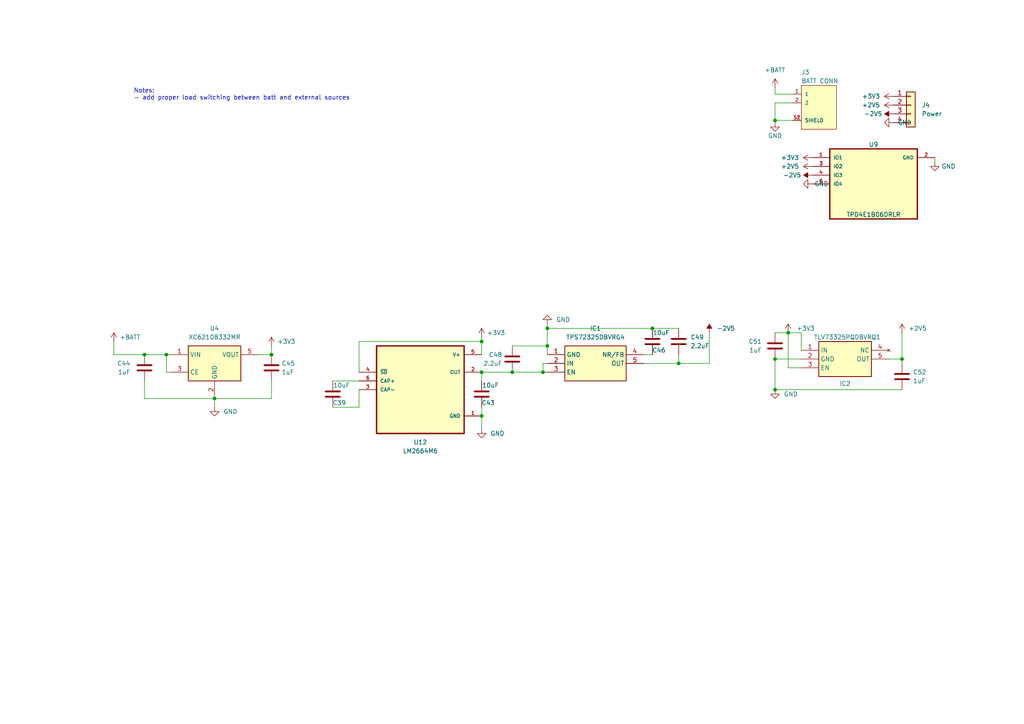
<source format=kicad_sch>
(kicad_sch (version 20231120) (generator "eeschema") (generator_version "8.0")
  (paper "A4")
  (lib_symbols
    (symbol "Connector_Generic:Conn_01x04" (pin_names (offset 1.016) hide)
      (property "Reference" "J" (at 0 5.08 0))
      (property "Value" "Conn_01x04" (at 0 -7.62 0))
      (symbol "Conn_01x04_1_1"
        (rectangle (start -1.27 -4.953) (end 0 -5.207) (stroke (width 0.1524)))
        (rectangle (start -1.27 -2.413) (end 0 -2.667) (stroke (width 0.1524)))
        (rectangle (start -1.27 0.127) (end 0 -0.127) (stroke (width 0.1524)))
        (rectangle (start -1.27 2.667) (end 0 2.413) (stroke (width 0.1524)))
        (rectangle (start -1.27 3.81) (end 1.27 -6.35) (stroke (width 0.254)) (fill (type background)))
        (pin passive line (at -5.08 2.54 0) (length 3.81) (name "Pin_1") (number "1"))
        (pin passive line (at -5.08 0 0) (length 3.81) (name "Pin_2") (number "2"))
        (pin passive line (at -5.08 -2.54 0) (length 3.81) (name "Pin_3") (number "3"))
        (pin passive line (at -5.08 -5.08 0) (length 3.81) (name "Pin_4") (number "4"))
      )
    )
    (symbol "Device:C" (pin_numbers hide) (pin_names (offset 0.254))
      (property "Reference" "C" (at 0.635 2.54 0))
      (property "Value" "C" (at 0.635 -2.54 0))
      (symbol "C_0_1"
        (polyline (pts (xy -2.032 -0.762) (xy 2.032 -0.762)) (stroke (width 0.508)))
        (polyline (pts (xy -2.032 0.762) (xy 2.032 0.762)) (stroke (width 0.508)))
      )
      (symbol "C_1_1"
        (pin passive line (at 0 3.81 270) (length 2.794) (name "~") (number "1"))
        (pin passive line (at 0 -3.81 90) (length 2.794) (name "~") (number "2"))
      )
    )
    (symbol "Misc[Personal]:LM2664M6" (pin_names (offset 1.016))
      (property "Reference" "U" (at -12.7 13.7 0))
      (property "Value" "LM2664M6" (at -12.7 -16.7 0))
      (symbol "LM2664M6_0_0"
        (rectangle (start -12.7 -12.7) (end 12.7 12.7) (stroke (width 0.41)) (fill (type background)))
        (pin power_in line (at 17.78 -7.62 180) (length 5.08) (name "GND") (number "1"))
        (pin output line (at 17.78 5.08 180) (length 5.08) (name "OUT") (number "2"))
        (pin input line (at -17.78 0 0) (length 5.08) (name "CAP-") (number "3"))
        (pin input line (at -17.78 5.08 0) (length 5.08) (name "~{SD}") (number "4"))
        (pin power_in line (at 17.78 10.16 180) (length 5.08) (name "V+") (number "5"))
        (pin input line (at -17.78 2.54 0) (length 5.08) (name "CAP+") (number "6"))
      )
    )
    (symbol "Misc[Personal]:S2B-PH-SM4-TB_LF__SN_" (pin_names (offset 1.016))
      (property "Reference" "J" (at -5.0829 5.5957 0))
      (property "Value" "S2B-PH-SM4-TB_LF__SN_" (at -5.0881 -9.4227 0))
      (symbol "S2B-PH-SM4-TB_LF__SN__0_0"
        (rectangle (start -5.08 -7.62) (end 5.08 5.08) (stroke (width 0.1524)) (fill (type background)))
        (pin passive line (at -7.62 2.54 0) (length 2.54) (name "1") (number "1"))
        (pin passive line (at -7.62 0 0) (length 2.54) (name "2") (number "2"))
        (pin passive line (at -7.62 -5.08 0) (length 2.54) (name "SHIELD") (number "S1"))
        (pin passive line (at -7.62 -5.08 0) (length 2.54) (name "SHIELD") (number "S2"))
      )
    )
    (symbol "Misc[Personal]:TLV73325PQDBVRQ1"
      (property "Reference" "IC" (at 21.59 7.62 0))
      (property "Value" "TLV73325PQDBVRQ1" (at 21.59 5.08 0))
      (symbol "TLV73325PQDBVRQ1_1_1"
        (rectangle (start 5.08 2.54) (end 20.32 -7.62) (stroke (width 0.254)) (fill (type background)))
        (pin passive line (at 0 0 0) (length 5.08) (name "IN") (number "1"))
        (pin passive line (at 0 -2.54 0) (length 5.08) (name "GND") (number "2"))
        (pin passive line (at 0 -5.08 0) (length 5.08) (name "EN") (number "3"))
        (pin no_connect line (at 25.4 0 180) (length 5.08) (name "NC") (number "4"))
        (pin passive line (at 25.4 -2.54 180) (length 5.08) (name "OUT") (number "5"))
      )
    )
    (symbol "Misc[Personal]:TPD4E1B06DRLR" (pin_names (offset 1.016))
      (symbol "TPD4E1B06DRLR_0_0"
        (rectangle (start -12.7 10.16) (end 12.7 -10.16) (stroke (width 0.41)) (fill (type background)))
        (pin bidirectional line (at -17.78 7.62 0) (length 5.08) (name "IO1") (number "1"))
        (pin power_in line (at 17.78 7.62 180) (length 5.08) (name "GND") (number "2"))
        (pin bidirectional line (at -17.78 5.08 0) (length 5.08) (name "IO2") (number "3"))
        (pin bidirectional line (at -17.78 2.54 0) (length 5.08) (name "IO3") (number "4"))
        (pin bidirectional line (at -17.78 0 0) (length 5.08) (name "IO4") (number "6"))
      )
    )
    (symbol "Misc[Personal]:TPS72325DBVRG4"
      (property "Reference" "IC" (at 24.13 7.62 0))
      (property "Value" "TPS72325DBVRG4" (at 24.13 5.08 0))
      (symbol "TPS72325DBVRG4_1_1"
        (rectangle (start 5.08 2.54) (end 22.86 -7.62) (stroke (width 0.254)) (fill (type background)))
        (pin passive line (at 0 0 0) (length 5.08) (name "GND") (number "1"))
        (pin passive line (at 0 -2.54 0) (length 5.08) (name "IN") (number "2"))
        (pin passive line (at 0 -5.08 0) (length 5.08) (name "EN") (number "3"))
        (pin passive line (at 27.94 0 180) (length 5.08) (name "NR/FB") (number "4"))
        (pin passive line (at 27.94 -2.54 180) (length 5.08) (name "OUT") (number "5"))
      )
    )
    (symbol "Regulator_Linear:XC6210B332MR"
      (property "Reference" "U" (at 0 8.89 0))
      (property "Value" "XC6210B332MR" (at 0 6.35 0))
      (symbol "XC6210B332MR_0_1"
        (rectangle (start -7.62 5.08) (end 7.62 -5.08) (stroke (width 0.254)) (fill (type background)))
      )
      (symbol "XC6210B332MR_1_1"
        (pin power_in line (at -12.7 2.54 0) (length 5.08) (name "VIN") (number "1"))
        (pin power_in line (at 0 -10.16 90) (length 5.08) (name "GND") (number "2"))
        (pin input line (at -12.7 -2.54 0) (length 5.08) (name "CE") (number "3"))
        (pin no_connect line (at 7.62 -2.54 180) (length 5.08) hide (name "NC") (number "4"))
        (pin power_out line (at 12.7 2.54 180) (length 5.08) (name "VOUT") (number "5"))
      )
    )
    (symbol "power:+2V5" (power) (pin_names (offset 0))
      (property "Value" "+2V5" (at 0 3.556 0))
      (symbol "+2V5_0_1"
        (polyline (pts (xy -0.762 1.27) (xy 0 2.54)))
        (polyline (pts (xy 0 0) (xy 0 2.54)))
        (polyline (pts (xy 0 2.54) (xy 0.762 1.27)))
      )
      (symbol "+2V5_1_1"
        (pin power_in line (at 0 0 90) (length 0) hide (name "+2V5") (number "1"))
      )
    )
    (symbol "power:+3V3" (power) (pin_names (offset 0))
      (property "Value" "+3V3" (at 0 3.556 0))
      (symbol "+3V3_0_1"
        (polyline (pts (xy -0.762 1.27) (xy 0 2.54)))
        (polyline (pts (xy 0 0) (xy 0 2.54)))
        (polyline (pts (xy 0 2.54) (xy 0.762 1.27)))
      )
      (symbol "+3V3_1_1"
        (pin power_in line (at 0 0 90) (length 0) hide (name "+3V3") (number "1"))
      )
    )
    (symbol "power:+BATT" (power) (pin_names (offset 0))
      (property "Value" "+BATT" (at 0 3.556 0))
      (symbol "+BATT_0_1"
        (polyline (pts (xy -0.762 1.27) (xy 0 2.54)))
        (polyline (pts (xy 0 0) (xy 0 2.54)))
        (polyline (pts (xy 0 2.54) (xy 0.762 1.27)))
      )
      (symbol "+BATT_1_1"
        (pin power_in line (at 0 0 90) (length 0) hide (name "+BATT") (number "1"))
      )
    )
    (symbol "power:-2V5" (power) (pin_names (offset 0))
      (property "Value" "-2V5" (at 0 3.81 0))
      (symbol "-2V5_0_0"
        (pin power_in line (at 0 0 90) (length 0) hide (name "-2V5") (number "1"))
      )
      (symbol "-2V5_0_1"
        (polyline (pts (xy 0 0) (xy 0 1.27) (xy 0.762 1.27) (xy 0 2.54) (xy -0.762 1.27) (xy 0 1.27)) (fill (type outline)))
      )
    )
    (symbol "power:GND" (power) (pin_names (offset 0))
      (property "Value" "GND" (at 0 -3.81 0))
      (symbol "GND_0_1"
        (polyline (pts (xy 0 0) (xy 0 -1.27) (xy 1.27 -1.27) (xy 0 -2.54) (xy -1.27 -1.27) (xy 0 -1.27)))
      )
      (symbol "GND_1_1"
        (pin power_in line (at 0 0 270) (length 0) hide (name "GND") (number "1"))
      )
    )
  )
  (junction (at 224.79 104.14))
  (junction (at 139.7 99.06))
  (junction (at 158.75 100.33))
  (junction (at 139.7 107.95))
  (junction (at 48.26 102.87))
  (junction (at 78.74 102.87))
  (junction (at 41.91 102.87))
  (junction (at 139.7 120.65))
  (junction (at 228.6 96.52))
  (junction (at 196.85 105.41))
  (junction (at 158.75 95.25))
  (junction (at 157.48 107.95))
  (junction (at 62.23 115.57))
  (junction (at 148.59 107.95))
  (junction (at 261.62 104.14))
  (junction (at 189.23 95.25))
  (junction (at 224.79 34.925))
  (junction (at 224.79 113.03))
  (wire (pts (xy 196.85 105.41) (xy 196.85 102.87)))
  (wire (pts (xy 104.14 99.06) (xy 139.7 99.06)))
  (wire (pts (xy 41.91 102.87) (xy 48.26 102.87)))
  (wire (pts (xy 139.7 97.79) (xy 139.7 99.06)))
  (wire (pts (xy 33.02 99.06) (xy 33.02 102.87)))
  (wire (pts (xy 205.74 96.52) (xy 205.74 105.41)))
  (wire (pts (xy 104.14 107.95) (xy 104.14 99.06)))
  (wire (pts (xy 139.7 120.65) (xy 139.7 124.46)))
  (wire (pts (xy 49.53 107.95) (xy 48.26 107.95)))
  (wire (pts (xy 158.75 107.95) (xy 157.48 107.95)))
  (wire (pts (xy 224.79 25.4) (xy 224.79 27.305)))
  (wire (pts (xy 139.7 107.95) (xy 148.59 107.95)))
  (wire (pts (xy 224.79 104.14) (xy 224.79 113.03)))
  (wire (pts (xy 62.23 115.57) (xy 62.23 118.11)))
  (wire (pts (xy 158.75 95.25) (xy 189.23 95.25)))
  (wire (pts (xy 261.62 96.52) (xy 261.62 104.14)))
  (wire (pts (xy 78.74 110.49) (xy 78.74 115.57)))
  (wire (pts (xy 232.41 104.14) (xy 224.79 104.14)))
  (wire (pts (xy 186.69 105.41) (xy 196.85 105.41)))
  (wire (pts (xy 158.75 100.33) (xy 158.75 102.87)))
  (wire (pts (xy 74.93 102.87) (xy 78.74 102.87)))
  (wire (pts (xy 189.23 95.25) (xy 196.85 95.25)))
  (wire (pts (xy 224.79 29.845) (xy 229.87 29.845)))
  (wire (pts (xy 41.91 110.49) (xy 41.91 115.57)))
  (wire (pts (xy 271.145 45.72) (xy 271.145 46.99)))
  (wire (pts (xy 96.52 110.49) (xy 104.14 110.49)))
  (wire (pts (xy 158.75 93.98) (xy 158.75 95.25)))
  (wire (pts (xy 148.59 100.33) (xy 158.75 100.33)))
  (wire (pts (xy 186.69 102.87) (xy 189.23 102.87)))
  (wire (pts (xy 33.02 102.87) (xy 41.91 102.87)))
  (wire (pts (xy 261.62 113.03) (xy 224.79 113.03)))
  (wire (pts (xy 96.52 118.11) (xy 104.14 118.11)))
  (wire (pts (xy 232.41 101.6) (xy 232.41 96.52)))
  (wire (pts (xy 139.7 99.06) (xy 139.7 102.87)))
  (wire (pts (xy 228.6 96.52) (xy 232.41 96.52)))
  (wire (pts (xy 78.74 100.33) (xy 78.74 102.87)))
  (wire (pts (xy 139.7 107.95) (xy 139.7 110.49)))
  (wire (pts (xy 261.62 104.14) (xy 261.62 105.41)))
  (wire (pts (xy 224.79 34.925) (xy 224.79 35.56)))
  (wire (pts (xy 78.74 115.57) (xy 62.23 115.57)))
  (wire (pts (xy 196.85 105.41) (xy 205.74 105.41)))
  (wire (pts (xy 228.6 106.68) (xy 228.6 96.52)))
  (wire (pts (xy 157.48 105.41) (xy 157.48 107.95)))
  (wire (pts (xy 48.26 107.95) (xy 48.26 102.87)))
  (wire (pts (xy 232.41 106.68) (xy 228.6 106.68)))
  (wire (pts (xy 257.81 104.14) (xy 261.62 104.14)))
  (wire (pts (xy 139.7 118.11) (xy 139.7 120.65)))
  (wire (pts (xy 157.48 105.41) (xy 158.75 105.41)))
  (wire (pts (xy 224.79 96.52) (xy 228.6 96.52)))
  (wire (pts (xy 104.14 113.03) (xy 104.14 118.11)))
  (wire (pts (xy 158.75 95.25) (xy 158.75 100.33)))
  (wire (pts (xy 224.79 27.305) (xy 229.87 27.305)))
  (wire (pts (xy 224.79 29.845) (xy 224.79 34.925)))
  (wire (pts (xy 229.87 34.925) (xy 224.79 34.925)))
  (wire (pts (xy 48.26 102.87) (xy 49.53 102.87)))
  (wire (pts (xy 41.91 115.57) (xy 62.23 115.57)))
  (wire (pts (xy 148.59 107.95) (xy 157.48 107.95)))
  (text "Notes:\n- add proper load switching between batt and external sources" (at 38.735 29.21 0) (effects (font (size 1.27 1.27)) (justify left bottom)))
  (symbol (lib_id "power:GND") (at 235.585 53.34 270) (unit 1)
    (property "Reference" "#PWR062" (effects (hide yes)))
    (property "Value" "GND" (at 236.22 53.34 90) (effects (justify left)))
  )
  (symbol (lib_id "Device:C") (at 78.74 106.68 0) (unit 1)
    (property "Reference" "C45" (at 81.661 105.41 0) (effects (justify left)))
    (property "Value" "1uF" (at 81.661 107.95 0) (effects (justify left)))
    (property "Footprint" "Capacitor_SMD:C_0402_1005Metric" (effects (hide yes)))
    (property "Description" "10V 1uF X5R ±20% 0402 Multilayer Ceramic Capacitors MLCC - SMD/SMT ROHS Copy" (effects (hide yes)))
    (property "Manufacturer" "YAGEO" (effects (hide yes)))
    (property "Manufacturer Part No." "CC0402MRX5R6BB105" (effects (hide yes)))
    (property "JLCPCB Part No." "C113791" (effects (hide yes)))
  )
  (symbol (lib_id "Device:C") (at 96.52 114.3 0) (unit 1)
    (property "Reference" "C39" (at 98.425 116.84 0))
    (property "Value" "10uF" (at 99.06 111.76 0))
    (property "Footprint" "Capacitor_SMD:C_0603_1608Metric" (effects (hide yes)))
    (property "Description" "10V 10uF X5R ±20% 0603  Multilayer Ceramic Capacitors MLCC - SMD/SMT ROHS" (effects (hide yes)))
    (property "Manufacturer" "FH (Guangdong Fenghua Advanced Tech)" (effects (hide yes)))
    (property "Manufacturer Part No." "0603X106M100NT" (effects (hide yes)))
    (property "JLCPCB Part No." "C91150" (effects (hide yes)))
    (property "Package" "0603" (effects (hide yes)))
  )
  (symbol (lib_id "Device:C") (at 41.91 106.68 0) (unit 1)
    (property "Reference" "C44" (at 37.846 105.41 0) (effects (justify right)))
    (property "Value" "1uF" (at 37.846 107.95 0) (effects (justify right)))
    (property "Footprint" "Capacitor_SMD:C_0402_1005Metric" (effects (hide yes)))
    (property "Description" "25V 1uF X7R ±10% 0603  Multilayer Ceramic Capacitors MLCC - SMD/SMT ROHS" (effects (hide yes)))
    (property "Manufacturer" "Murata Electronics Copy" (effects (hide yes)))
    (property "Manufacturer Part No." "GRM188R71E105KA12D" (effects (hide yes)))
    (property "JLCPCB Part No." "C86020" (effects (hide yes)))
  )
  (symbol (lib_id "Device:C") (at 261.62 109.22 0) (unit 1)
    (property "Reference" "C52" (at 264.795 107.95 0) (effects (justify left)))
    (property "Value" "1uF" (at 264.795 110.49 0) (effects (justify left)))
    (property "Footprint" "Capacitor_SMD:C_0402_1005Metric" (effects (hide yes)))
    (property "Description" "10V 1uF X5R ±20% 0402 Multilayer Ceramic Capacitors MLCC - SMD/SMT ROHS Copy" (effects (hide yes)))
    (property "Manufacturer" "YAGEO" (effects (hide yes)))
    (property "Manufacturer Part No." "CC0402MRX5R6BB105" (effects (hide yes)))
    (property "JLCPCB Part No." "C113791" (effects (hide yes)))
  )
  (symbol (lib_id "power:+3V3") (at 228.6 96.52 0) (unit 1)
    (property "Reference" "#PWR049" (effects (hide yes)))
    (property "Value" "+3V3" (at 231.013 95.25 0) (effects (justify left)))
  )
  (symbol (lib_id "power:+2V5") (at 235.585 48.26 90) (unit 1)
    (property "Reference" "#PWR060" (effects (hide yes)))
    (property "Value" "+2V5" (at 231.775 48.26 90) (effects (justify left)))
  )
  (symbol (lib_id "Misc[Personal]:TLV73325PQDBVRQ1") (at 232.41 101.6 0) (unit 1)
    (property "Reference" "IC2" (at 245.11 111.252 0))
    (property "Value" "TLV73325PQDBVRQ1" (at 245.745 97.79 0))
    (property "Footprint" "Misc[Personal]:TLV73325PQDBVRQ1" (effects (hide yes)))
    (property "Datasheet" "http://www.ti.com/lit/gpn/TLV733P-Q1" (effects (hide yes)))
    (property "Description" "300mA null 2.5V positive 5.5V SOT-23-5  Linear Voltage Regulators (LDO) ROHS" (effects (hide yes)))
    (property "Manufacturer" "Texas Instruments" (effects (hide yes)))
    (property "Manufacturer Part No." "TLV73325PQDBVRQ1" (effects (hide yes)))
    (property "JLCPCB Part No." "C2860807" (effects (hide yes)))
    (property "Package" "SOT-23-5" (effects (hide yes)))
  )
  (symbol (lib_id "power:+3V3") (at 235.585 45.72 90) (unit 1)
    (property "Reference" "#PWR059" (effects (hide yes)))
    (property "Value" "+3V3" (at 231.775 45.72 90) (effects (justify left)))
  )
  (symbol (lib_id "power:GND") (at 139.7 124.46 0) (unit 1)
    (property "Reference" "#PWR045" (effects (hide yes)))
    (property "Value" "GND" (at 142.24 125.73 0) (effects (justify left)))
  )
  (symbol (lib_id "power:-2V5") (at 259.08 33.02 90) (unit 1)
    (property "Reference" "#PWR065" (effects (hide yes)))
    (property "Value" "-2V5" (at 255.905 33.02 90) (effects (justify left)))
  )
  (symbol (lib_id "Misc[Personal]:LM2664M6") (at 121.92 113.03 0) (unit 1)
    (property "Reference" "U12" (at 121.92 128.27 0))
    (property "Value" "LM2664M6" (at 121.92 130.81 0))
    (property "Footprint" "Misc[Personal]:LM2664M6" (effects (hide yes)))
    (property "Description" "Switched Capacitor Voltage Converter" (effects (hide yes)))
    (property "Manufacturer" "Texas Instruments" (effects (hide yes)))
    (property "Manufacturer Part No." "LM2664M6/NOPB" (effects (hide yes)))
    (property "JLCPCB Part No." "C840095" (effects (hide yes)))
    (property "Package" "SOT-23-6" (effects (hide yes)))
  )
  (symbol (lib_id "power:GND") (at 259.08 35.56 270) (unit 1)
    (property "Reference" "#PWR066" (effects (hide yes)))
    (property "Value" "GND" (at 260.35 35.56 90) (effects (justify left)))
  )
  (symbol (lib_id "power:+3V3") (at 139.7 97.79 0) (unit 1)
    (property "Reference" "#PWR044" (effects (hide yes)))
    (property "Value" "+3V3" (at 141.224 96.52 0) (effects (justify left)))
  )
  (symbol (lib_id "Device:C") (at 148.59 104.14 0) (unit 1)
    (property "Reference" "C48" (at 145.669 102.87 0) (effects (justify right)))
    (property "Value" "2.2uF" (at 145.669 105.41 0) (effects (justify right)))
    (property "Footprint" "Capacitor_SMD:C_0402_1005Metric" (effects (hide yes)))
    (property "Description" "2.2 µF ±10% 10V Ceramic Capacitor X7R 0402 (1005 Metric)" (effects (hide yes)))
    (property "Manufacturer" "Murata Electronics" (effects (hide yes)))
    (property "Manufacturer Part No." "GRM155Z71A225KE44D" (effects (hide yes)))
    (property "JLCPCB Part No." "C2999759" (effects (hide yes)))
    (property "Package" "0402" (effects (hide yes)))
  )
  (symbol (lib_id "power:+2V5") (at 261.62 96.52 0) (unit 1)
    (property "Reference" "#PWR050" (effects (hide yes)))
    (property "Value" "+2V5" (at 263.525 95.25 0) (effects (justify left)))
  )
  (symbol (lib_id "power:+3V3") (at 78.74 100.33 0) (unit 1)
    (property "Reference" "#PWR043" (effects (hide yes)))
    (property "Value" "+3V3" (at 80.391 99.06 0) (effects (justify left)))
  )
  (symbol (lib_id "power:+BATT") (at 33.02 99.06 0) (unit 1)
    (property "Reference" "#PWR051" (effects (hide yes)))
    (property "Value" "+BATT" (at 34.671 97.79 0) (effects (justify left)))
  )
  (symbol (lib_id "Misc[Personal]:TPS72325DBVRG4") (at 158.75 102.87 0) (unit 1)
    (property "Reference" "IC1" (at 172.72 95.25 0))
    (property "Value" "TPS72325DBVRG4" (at 172.72 97.79 0))
    (property "Footprint" "Misc[Personal]:TPS72325DBVRG4" (effects (hide yes)))
    (property "Datasheet" "http://www.ti.com/lit/ds/symlink/tps723.pdf?ts=1588329039212" (effects (hide yes)))
    (property "Description" "200mA Fixed 2.5V Negative 10V SOT-23-5 Linear Voltage Regulators (LDO) ROHS" (effects (hide yes)))
    (property "Manufacturer" "Texas Instruments" (effects (hide yes)))
    (property "Manufacturer Part No." "TPS72325DBVRG4" (effects (hide yes)))
    (property "JLCPCB Part No." "C3746858" (effects (hide yes)))
    (property "Package" "SOT-23-5" (effects (hide yes)))
  )
  (symbol (lib_id "power:-2V5") (at 205.74 96.52 0) (unit 1)
    (property "Reference" "#PWR047" (effects (hide yes)))
    (property "Value" "-2V5" (at 207.899 95.25 0) (effects (justify left)))
  )
  (symbol (lib_id "Device:C") (at 189.23 99.06 0) (unit 1)
    (property "Reference" "C46" (at 191.135 101.6 0))
    (property "Value" "10uF" (at 191.77 96.52 0))
    (property "Footprint" "Capacitor_SMD:C_0603_1608Metric" (effects (hide yes)))
    (property "Description" "10V 10uF X5R ±20% 0603  Multilayer Ceramic Capacitors MLCC - SMD/SMT ROHS" (effects (hide yes)))
    (property "Manufacturer" "FH (Guangdong Fenghua Advanced Tech)" (effects (hide yes)))
    (property "Manufacturer Part No." "0603X106M100NT" (effects (hide yes)))
    (property "JLCPCB Part No." "C91150" (effects (hide yes)))
    (property "Package" "0603" (effects (hide yes)))
  )
  (symbol (lib_id "Device:C") (at 196.85 99.06 0) (unit 1)
    (property "Reference" "C49" (at 200.279 97.79 0) (effects (justify left)))
    (property "Value" "2.2uF" (at 200.279 100.33 0) (effects (justify left)))
    (property "Footprint" "Capacitor_SMD:C_0402_1005Metric" (effects (hide yes)))
    (property "Description" "2.2 µF ±10% 10V Ceramic Capacitor X7R 0402 (1005 Metric)" (effects (hide yes)))
    (property "Manufacturer" "Murata Electronics" (effects (hide yes)))
    (property "Manufacturer Part No." "GRM155Z71A225KE44D" (effects (hide yes)))
    (property "JLCPCB Part No." "C2999759" (effects (hide yes)))
    (property "Package" "0402" (effects (hide yes)))
  )
  (symbol (lib_id "power:+2V5") (at 259.08 30.48 90) (unit 1)
    (property "Reference" "#PWR064" (effects (hide yes)))
    (property "Value" "+2V5" (at 255.27 30.48 90) (effects (justify left)))
  )
  (symbol (lib_id "Misc[Personal]:S2B-PH-SM4-TB_LF__SN_") (at 237.49 29.845 0) (unit 1)
    (property "Reference" "J3" (at 232.41 20.955 0) (effects (justify left)))
    (property "Value" "BATT CONN" (at 232.41 23.495 0) (effects (justify left)))
    (property "Footprint" "Misc[Personal]:JST_S2B-PH-SM4-TB_LF__SN_" (effects (hide yes)))
    (property "Description" "1x2P PH 1 Tin 2mm male 2 -25℃~+85℃ Copper Alloy 2A Surface Mount SMD,P=2mm Wire To Board / Wire To Wire Connector ROHS" (effects (hide yes)))
    (property "Manufacturer" "JST" (effects (hide yes)))
    (property "Manufacturer Part No." "S2B-PH-SM4-TB(LF)(SN)" (effects (hide yes)))
    (property "JLCPCB Part No." "C295747" (effects (hide yes)))
    (property "Package" "SMD,P=2mm" (effects (hide yes)))
  )
  (symbol (lib_id "power:GND") (at 62.23 118.11 0) (unit 1)
    (property "Reference" "#PWR042" (effects (hide yes)))
    (property "Value" "GND" (at 64.77 119.38 0) (effects (justify left)))
  )
  (symbol (lib_id "Misc[Personal]:TPD4E1B06DRLR") (at 253.365 53.34 0) (unit 1)
    (property "Reference" "U9" (at 253.365 41.91 0))
    (property "Value" "TPD4E1B06DRLR" (at 253.365 62.23 0))
    (property "Footprint" "Misc[Personal]:TPD4E1B06DRLR" (effects (hide yes)))
    (property "Description" "7V 14.5V 4 5.5V SOT(5x3)  ESD Protection Devices ROHS" (effects (hide yes)))
    (property "Manufacturer" "Texas Instruments" (effects (hide yes)))
    (property "Manufacturer Part No." "TPD4E1B06DRLR" (effects (hide yes)))
    (property "JLCPCB Part No." "C1972953" (effects (hide yes)))
    (property "Package" "SOT-23-6" (effects (hide yes)))
  )
  (symbol (lib_id "power:GND") (at 271.145 46.99 0) (unit 1)
    (property "Reference" "#PWR058" (effects (hide yes)))
    (property "Value" "GND" (at 273.05 48.26 0) (effects (justify left)))
  )
  (symbol (lib_id "Device:C") (at 139.7 114.3 0) (unit 1)
    (property "Reference" "C43" (at 141.605 116.84 0))
    (property "Value" "10uF" (at 142.24 111.76 0))
    (property "Footprint" "Capacitor_SMD:C_0603_1608Metric" (effects (hide yes)))
    (property "Description" "10V 10uF X5R ±20% 0603  Multilayer Ceramic Capacitors MLCC - SMD/SMT ROHS" (effects (hide yes)))
    (property "Manufacturer" "FH (Guangdong Fenghua Advanced Tech)" (effects (hide yes)))
    (property "Manufacturer Part No." "0603X106M100NT" (effects (hide yes)))
    (property "JLCPCB Part No." "C91150" (effects (hide yes)))
    (property "Package" "0603" (effects (hide yes)))
  )
  (symbol (lib_id "Device:C") (at 224.79 100.33 0) (unit 1)
    (property "Reference" "C51" (at 220.98 99.06 0) (effects (justify right)))
    (property "Value" "1uF" (at 220.98 101.6 0) (effects (justify right)))
    (property "Footprint" "Capacitor_SMD:C_0402_1005Metric" (effects (hide yes)))
    (property "Description" "10V 1uF X5R ±20% 0402 Multilayer Ceramic Capacitors MLCC - SMD/SMT ROHS Copy" (effects (hide yes)))
    (property "Manufacturer" "YAGEO" (effects (hide yes)))
    (property "Manufacturer Part No." "CC0402MRX5R6BB105" (effects (hide yes)))
    (property "JLCPCB Part No." "C113791" (effects (hide yes)))
  )
  (symbol (lib_id "Connector_Generic:Conn_01x04") (at 264.16 30.48 0) (unit 1)
    (property "Reference" "J4" (at 267.335 30.48 0) (effects (justify left)))
    (property "Value" "Power" (at 267.335 33.02 0) (effects (justify left)))
    (property "Footprint" "Connector_PinHeader_2.54mm:PinHeader_1x04_P2.54mm_Vertical" (effects (hide yes)))
  )
  (symbol (lib_id "power:GND") (at 224.79 113.03 0) (unit 1)
    (property "Reference" "#PWR048" (effects (hide yes)))
    (property "Value" "GND" (at 227.33 114.3 0) (effects (justify left)))
  )
  (symbol (lib_id "Regulator_Linear:XC6210B332MR") (at 62.23 105.41 0) (unit 1)
    (property "Reference" "U4" (at 62.23 95.25 0))
    (property "Value" "XC6210B332MR" (at 62.23 97.79 0))
    (property "Footprint" "Package_TO_SOT_SMD:SOT-23-5" (effects (hide yes)))
    (property "Datasheet" "https://www.torexsemi.com/file/xc6210/XC6210.pdf" (effects (hide yes)))
    (property "Description" "SOT-23-5 Linear Voltage Regulators (LDO) ROHS" (effects (hide yes)))
    (property "Manufacturer" "TECH PUBLIC" (effects (hide yes)))
    (property "Manufacturer Part No." "XC6210B332MR" (effects (hide yes)))
    (property "JLCPCB Part No." "C3021084" (effects (hide yes)))
    (property "Package" "SOT-23-5" (effects (hide yes)))
  )
  (symbol (lib_id "power:GND") (at 158.75 93.98 180) (unit 1)
    (property "Reference" "#PWR046" (effects (hide yes)))
    (property "Value" "GND" (at 161.29 92.71 0) (effects (justify right)))
  )
  (symbol (lib_id "power:+BATT") (at 224.79 25.4 0) (unit 1)
    (property "Reference" "#PWR056" (effects (hide yes)))
    (property "Value" "+BATT" (at 224.79 20.32 0))
  )
  (symbol (lib_id "power:-2V5") (at 235.585 50.8 90) (unit 1)
    (property "Reference" "#PWR061" (effects (hide yes)))
    (property "Value" "-2V5" (at 232.41 50.8 90) (effects (justify left)))
  )
  (symbol (lib_id "power:+3V3") (at 259.08 27.94 90) (unit 1)
    (property "Reference" "#PWR063" (effects (hide yes)))
    (property "Value" "+3V3" (at 255.27 27.94 90) (effects (justify left)))
  )
  (symbol (lib_id "power:GND") (at 224.79 35.56 0) (unit 1)
    (property "Reference" "#PWR057" (effects (hide yes)))
    (property "Value" "GND" (at 224.79 39.37 0))
  )
)
</source>
